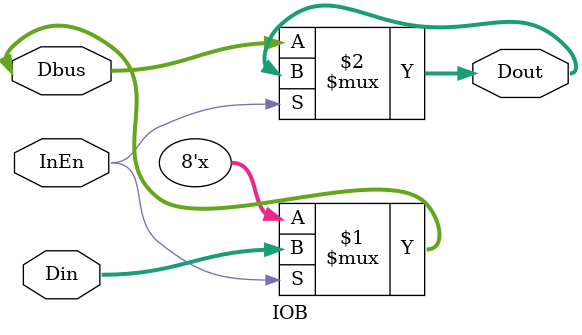
<source format=v>
`timescale 1ns / 1ps
module IOB(
	output[7:0] Dout,
	inout[7:0] Dbus,
	input[7:0] Din,
	input InEn
    );
	assign Dbus = (InEn) ? Din:8'hzz;
	assign Dout = (InEn) ? Dout:Dbus;

endmodule

</source>
